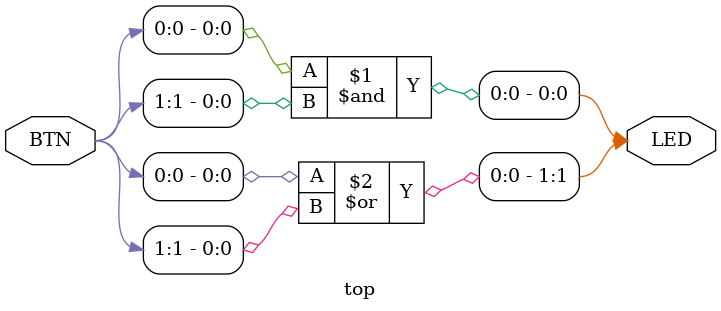
<source format=v>

module top
(
    output [1:0] LED,  // Два светодиода
    input  [1:0] BTN   // Две кнопки
);

    assign LED [0] = BTN [0] & BTN [1];
    assign LED [1] = BTN [0] | BTN [1];
    
endmodule

</source>
